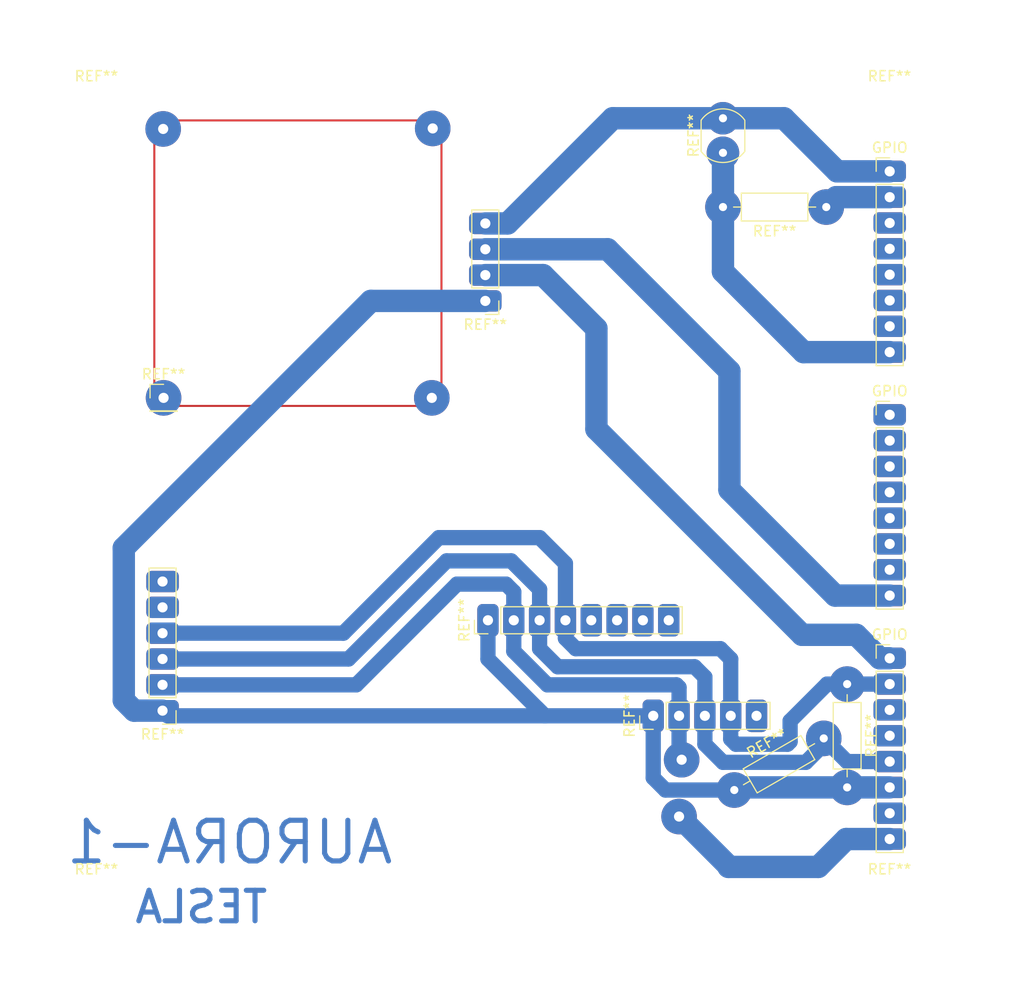
<source format=kicad_pcb>
(kicad_pcb (version 20220417) (generator pcbnew)
  (title_block (title "Computador de Bordo") (date "2022-02-06") (rev "Rodrigo Matos") (company "Equipe Tesla"))
  (layers (0 "F.Cu" signal) (31 "B.Cu" signal) (34 "B.Paste" user) (35 "F.Paste" user) (36 "B.SilkS" user "B.Silkscreen") (37 "F.SilkS" user "F.Silkscreen") (38 "B.Mask" user) (39 "F.Mask" user) (44 "Edge.Cuts" user))
  (net 0 "")
  (footprint "MountingHole:MountingHole_2.2mm_M2" (layer "F.Cu") (at 175.89 133.605)
    (fp_text reference "REF**" (at 0 -3.2) (layer "F.SilkS"))
    (fp_text value "MountingHole_2.2mm_M2")
    (pad "" np_thru_hole circle locked (at 0 0) (size 3.2 3.2) (drill 3.2) (layers *.Cu *.Mask))
  )
  (footprint "MountingHole:MountingHole_2.2mm_M2" (layer "F.Cu") (at 175.89 55.605)
    (fp_text reference "REF**" (at 0 -3.2) (layer "F.SilkS"))
    (fp_text value "MountingHole_2.2mm_M2")
    (pad "" np_thru_hole circle locked (at 0 0) (size 3.2 3.2) (drill 3.2) (layers *.Cu *.Mask))
  )
  (footprint "MountingHole:MountingHole_2.2mm_M2" (layer "F.Cu") (at 97.89 133.605)
    (fp_text reference "REF**" (at 0 -3.2) (layer "F.SilkS"))
    (fp_text value "MountingHole_2.2mm_M2")
    (pad "" np_thru_hole circle locked (at 0 0) (size 3.2 3.2) (drill 3.2) (layers *.Cu *.Mask))
  )
  (footprint "MountingHole:MountingHole_2.2mm_M2" (layer "F.Cu") (at 97.89 55.605)
    (fp_text reference "REF**" (at 0 -3.2) (layer "F.SilkS"))
    (fp_text value "MountingHole_2.2mm_M2")
    (pad "" np_thru_hole circle locked (at 0 0) (size 3.2 3.2) (drill 3.2) (layers *.Cu *.Mask))
  )
  (footprint "Connector_PinHeader_2.54mm:PinHeader_1x08_P2.54mm_Vertical" (layer "F.Cu") (at 175.91 85.71)
    (fp_text reference "GPIO" (at 0 -2.33) (layer "F.SilkS"))
    (fp_text value "PinHeader_1x08_P2.54mm_Vertical")
    (fp_line (start -1.33 -1.33) (end 0 -1.33) (stroke (width 0.12)) (layer "F.SilkS"))
    (fp_line (start -1.33 0) (end -1.33 -1.33) (stroke (width 0.12)) (layer "F.SilkS"))
    (fp_line (start -1.33 1.27) (end -1.33 19.11) (stroke (width 0.12)) (layer "F.SilkS"))
    (fp_line (start -1.33 1.27) (end 1.33 1.27) (stroke (width 0.12)) (layer "F.SilkS"))
    (fp_line (start -1.33 19.11) (end 1.33 19.11) (stroke (width 0.12)) (layer "F.SilkS"))
    (fp_line (start 1.33 1.27) (end 1.33 19.11) (stroke (width 0.12)) (layer "F.SilkS"))
    (pad "" thru_hole roundrect locked (at 0 0) (size 3.2 2.1) (drill 1) (layers *.Cu *.Mask))
    (pad "" thru_hole roundrect locked (at 0 2.54) (size 3.2 2.1) (drill 1) (layers *.Cu *.Mask))
    (pad "" thru_hole roundrect locked (at 0 5.08) (size 3.2 2.1) (drill 1) (layers *.Cu *.Mask))
    (pad "" thru_hole roundrect locked (at 0 7.62) (size 3.2 2.1) (drill 1) (layers *.Cu *.Mask))
    (pad "" thru_hole roundrect locked (at 0 10.16) (size 3.2 2.1) (drill 1) (layers *.Cu *.Mask))
    (pad "" thru_hole roundrect locked (at 0 12.7) (size 3.2 2.1) (drill 1) (layers *.Cu *.Mask))
    (pad "" thru_hole roundrect locked (at 0 15.24) (size 3.2 2.1) (drill 1) (layers *.Cu *.Mask))
    (pad "" thru_hole roundrect locked (at 0 17.78) (size 3.2 2.1) (drill 1) (layers *.Cu *.Mask))
  )
  (footprint "Resistor_THT:R_Axial_DIN0207_L6.3mm_D2.5mm_P10.16mm_Horizontal" (layer "F.Cu") (at 169.672 65.278 180)
    (fp_text reference "REF**" (at 5.08 -2.37) (layer "F.SilkS"))
    (fp_text value "R_Axial_DIN0207_L6.3mm_D2.5mm_P10.16mm_Horizontal")
    (fp_line (start 1.04 0) (end 1.81 0) (stroke (width 0.12)) (layer "F.SilkS"))
    (fp_line (start 1.81 -1.37) (end 1.81 1.37) (stroke (width 0.12)) (layer "F.SilkS"))
    (fp_line (start 1.81 1.37) (end 8.35 1.37) (stroke (width 0.12)) (layer "F.SilkS"))
    (fp_line (start 8.35 -1.37) (end 1.81 -1.37) (stroke (width 0.12)) (layer "F.SilkS"))
    (fp_line (start 8.35 1.37) (end 8.35 -1.37) (stroke (width 0.12)) (layer "F.SilkS"))
    (fp_line (start 9.12 0) (end 8.35 0) (stroke (width 0.12)) (layer "F.SilkS"))
    (pad "" thru_hole circle locked (at 0 0 180) (size 3.5 3.5) (drill 0.8) (layers *.Cu *.Mask))
    (pad "" thru_hole circle locked (at 10.16 0 180) (size 3.5 3.5) (drill 0.8) (layers *.Cu *.Mask))
  )
  (footprint "Connector_PinHeader_2.54mm:PinHeader_1x01_P2.54mm_Vertical" (layer "F.Cu") (at 104.496 84.046)
    (fp_text reference "REF**" (at 0 -2.33) (layer "F.SilkS"))
    (fp_text value "PinHeader_1x01_P2.54mm_Vertical")
    (fp_line (start -1.33 -1.33) (end 0 -1.33) (stroke (width 0.12)) (layer "F.SilkS"))
    (fp_line (start -1.33 0) (end -1.33 -1.33) (stroke (width 0.12)) (layer "F.SilkS"))
    (fp_line (start -1.33 1.27) (end -1.33 1.33) (stroke (width 0.12)) (layer "F.SilkS"))
    (fp_line (start -1.33 1.27) (end 1.33 1.27) (stroke (width 0.12)) (layer "F.SilkS"))
    (fp_line (start -1.33 1.33) (end 1.33 1.33) (stroke (width 0.12)) (layer "F.SilkS"))
    (fp_line (start 1.33 1.27) (end 1.33 1.33) (stroke (width 0.12)) (layer "F.SilkS"))
    (pad "" thru_hole circle locked (at 0 0) (size 3.5 3.5) (drill 1) (layers *.Cu *.Mask))
  )
  (footprint "Connector_PinHeader_2.54mm:PinHeader_1x08_P2.54mm_Vertical" (layer "F.Cu") (at 175.91 109.655)
    (fp_text reference "GPIO" (at 0 -2.33) (layer "F.SilkS"))
    (fp_text value "PinHeader_1x08_P2.54mm_Vertical")
    (fp_line (start -1.33 -1.33) (end 0 -1.33) (stroke (width 0.12)) (layer "F.SilkS"))
    (fp_line (start -1.33 0) (end -1.33 -1.33) (stroke (width 0.12)) (layer "F.SilkS"))
    (fp_line (start -1.33 1.27) (end -1.33 19.11) (stroke (width 0.12)) (layer "F.SilkS"))
    (fp_line (start -1.33 1.27) (end 1.33 1.27) (stroke (width 0.12)) (layer "F.SilkS"))
    (fp_line (start -1.33 19.11) (end 1.33 19.11) (stroke (width 0.12)) (layer "F.SilkS"))
    (fp_line (start 1.33 1.27) (end 1.33 19.11) (stroke (width 0.12)) (layer "F.SilkS"))
    (pad "" thru_hole roundrect locked (at 0 0) (size 3.2 2.1) (drill 1) (layers *.Cu *.Mask))
    (pad "" thru_hole roundrect locked (at 0 2.54) (size 3.2 2.1) (drill 1) (layers *.Cu *.Mask))
    (pad "" thru_hole roundrect locked (at 0 5.08) (size 3.2 2.1) (drill 1) (layers *.Cu *.Mask))
    (pad "" thru_hole roundrect locked (at 0 7.62) (size 3.2 2.1) (drill 1) (layers *.Cu *.Mask))
    (pad "" thru_hole roundrect locked (at 0 10.16) (size 3.2 2.1) (drill 1) (layers *.Cu *.Mask))
    (pad "" thru_hole roundrect locked (at 0 12.7) (size 3.2 2.1) (drill 1) (layers *.Cu *.Mask))
    (pad "" thru_hole roundrect locked (at 0 15.24) (size 3.2 2.1) (drill 1) (layers *.Cu *.Mask))
    (pad "" thru_hole roundrect locked (at 0 17.78) (size 3.2 2.1) (drill 1) (layers *.Cu *.Mask))
  )
  (footprint "Connector_PinHeader_2.54mm:PinHeader_1x08_P2.54mm_Vertical" (layer "F.Cu") (at 175.91 61.765)
    (fp_text reference "GPIO" (at 0 -2.33) (layer "F.SilkS"))
    (fp_text value "PinHeader_1x08_P2.54mm_Vertical")
    (fp_line (start -1.33 -1.33) (end 0 -1.33) (stroke (width 0.12)) (layer "F.SilkS"))
    (fp_line (start -1.33 0) (end -1.33 -1.33) (stroke (width 0.12)) (layer "F.SilkS"))
    (fp_line (start -1.33 1.27) (end -1.33 19.11) (stroke (width 0.12)) (layer "F.SilkS"))
    (fp_line (start -1.33 1.27) (end 1.33 1.27) (stroke (width 0.12)) (layer "F.SilkS"))
    (fp_line (start -1.33 19.11) (end 1.33 19.11) (stroke (width 0.12)) (layer "F.SilkS"))
    (fp_line (start 1.33 1.27) (end 1.33 19.11) (stroke (width 0.12)) (layer "F.SilkS"))
    (pad "" thru_hole roundrect locked (at 0 0) (size 3.2 2.1) (drill 1) (layers *.Cu *.Mask))
    (pad "" thru_hole roundrect locked (at 0 2.54) (size 3.2 2.1) (drill 1) (layers *.Cu *.Mask))
    (pad "" thru_hole roundrect locked (at 0 5.08) (size 3.2 2.1) (drill 1) (layers *.Cu *.Mask))
    (pad "" thru_hole roundrect locked (at 0 7.62) (size 3.2 2.1) (drill 1) (layers *.Cu *.Mask))
    (pad "" thru_hole roundrect locked (at 0 10.16) (size 3.2 2.1) (drill 1) (layers *.Cu *.Mask))
    (pad "" thru_hole roundrect locked (at 0 12.7) (size 3.2 2.1) (drill 1) (layers *.Cu *.Mask))
    (pad "" thru_hole roundrect locked (at 0 15.24) (size 3.2 2.1) (drill 1) (layers *.Cu *.Mask))
    (pad "" thru_hole roundrect locked (at 0 17.78) (size 3.2 2.1) (drill 1) (layers *.Cu *.Mask))
  )
  (footprint "OptoDevice:R_LDR_5.1x4.3mm_P3.4mm_Vertical" (layer "F.Cu") (at 159.512 59.944 90)
    (fp_text reference "REF**" (at 1.7 -2.9 90) (layer "F.SilkS"))
    (fp_text value "R_LDR_5.1x4.3mm_P3.4mm_Vertical")
    (fp_line (start 0.15 -2.15) (end 3.2 -2.15) (stroke (width 0.12)) (layer "F.SilkS"))
    (fp_line (start 0.15 2.15) (end 3.2 2.15) (stroke (width 0.12)) (layer "F.SilkS"))
    (fp_arc (start 0.15 2.15) (mid -0.950438 -0.013368) (end 0.171766 -2.165525) (stroke (width 0.12)) (layer "F.SilkS"))
    (fp_arc (start 3.2 -2.15) (mid 4.321403 -0.027338) (end 3.244513 2.118249) (stroke (width 0.12)) (layer "F.SilkS"))
    (pad "1" thru_hole circle (at 0 0 90) (size 3.2 3.2) (drill 0.8) (layers *.Cu *.Mask))
    (pad "2" thru_hole circle (at 3.4 0 90) (size 3.2 3.2) (drill 0.8) (layers *.Cu *.Mask))
  )
  (footprint "Connector_PinHeader_2.54mm:PinHeader_1x04_P2.54mm_Vertical" (layer "F.Cu") (at 136.14 74.51 180)
    (fp_text reference "REF**" (at 0 -2.33) (layer "F.SilkS"))
    (fp_text value "PinHeader_1x04_P2.54mm_Vertical")
    (fp_line (start -1.33 -1.33) (end 0 -1.33) (stroke (width 0.12)) (layer "F.SilkS"))
    (fp_line (start -1.33 0) (end -1.33 -1.33) (stroke (width 0.12)) (layer "F.SilkS"))
    (fp_line (start -1.33 1.27) (end -1.33 8.95) (stroke (width 0.12)) (layer "F.SilkS"))
    (fp_line (start -1.33 1.27) (end 1.33 1.27) (stroke (width 0.12)) (layer "F.SilkS"))
    (fp_line (start -1.33 8.95) (end 1.33 8.95) (stroke (width 0.12)) (layer "F.SilkS"))
    (fp_line (start 1.33 1.27) (end 1.33 8.95) (stroke (width 0.12)) (layer "F.SilkS"))
    (pad "1" thru_hole roundrect (at 0 0 180) (size 3.2 2.1) (drill 1) (layers *.Cu *.Mask))
    (pad "2" thru_hole roundrect (at 0 2.54 180) (size 3.2 2.1) (drill 1) (layers *.Cu *.Mask))
    (pad "3" thru_hole roundrect (at 0 5.08 180) (size 3.2 2.1) (drill 1) (layers *.Cu *.Mask))
    (pad "4" thru_hole roundrect (at 0 7.62 180) (size 3.2 2.1) (drill 1) (layers *.Cu *.Mask))
  )
  (footprint "Connector_PinHeader_2.54mm:PinHeader_1x08_P2.54mm_Vertical" (layer "F.Cu") (at 136.398 105.918 90)
    (fp_text reference "REF**" (at 0 -2.33 90) (layer "F.SilkS"))
    (fp_text value "PinHeader_1x08_P2.54mm_Vertical")
    (fp_line (start -1.33 -1.33) (end 0 -1.33) (stroke (width 0.12)) (layer "F.SilkS"))
    (fp_line (start -1.33 0) (end -1.33 -1.33) (stroke (width 0.12)) (layer "F.SilkS"))
    (fp_line (start -1.33 1.27) (end -1.33 19.11) (stroke (width 0.12)) (layer "F.SilkS"))
    (fp_line (start -1.33 1.27) (end 1.33 1.27) (stroke (width 0.12)) (layer "F.SilkS"))
    (fp_line (start -1.33 19.11) (end 1.33 19.11) (stroke (width 0.12)) (layer "F.SilkS"))
    (fp_line (start 1.33 1.27) (end 1.33 19.11) (stroke (width 0.12)) (layer "F.SilkS"))
    (pad "1" thru_hole roundrect (at 0 0 90) (size 3.2 2.1) (drill 1) (layers *.Cu *.Mask))
    (pad "2" thru_hole roundrect (at 0 2.54 90) (size 3.2 2.1) (drill 1) (layers *.Cu *.Mask))
    (pad "3" thru_hole roundrect (at 0 5.08 90) (size 3.2 2.1) (drill 1) (layers *.Cu *.Mask))
    (pad "4" thru_hole roundrect (at 0 7.62 90) (size 3.2 2.1) (drill 1) (layers *.Cu *.Mask))
    (pad "5" thru_hole roundrect (at 0 10.16 90) (size 3.2 2.1) (drill 1) (layers *.Cu *.Mask))
    (pad "6" thru_hole roundrect (at 0 12.7 90) (size 3.2 2.1) (drill 1) (layers *.Cu *.Mask))
    (pad "7" thru_hole roundrect (at 0 15.24 90) (size 3.2 2.1) (drill 1) (layers *.Cu *.Mask))
    (pad "8" thru_hole roundrect (at 0 17.78 90) (size 3.2 2.1) (drill 1) (layers *.Cu *.Mask))
  )
  (footprint "" (layer "F.Cu") (at 155.194 125.222)
    (fp_text reference "" (at 0 0) (layer "F.SilkS") (effects (font (size 1.27 1.27))))
    (fp_text value "" (at 0 0) (layer "F.SilkS") (effects (font (size 1.27 1.27))))
    (pad "" thru_hole circle locked (at 0 0) (size 3.5 3.5) (drill 1) (layers *.Cu *.Mask))
  )
  (footprint "" (layer "F.Cu") (at 155.448 119.634)
    (fp_text reference "" (at 0 0) (layer "F.SilkS") (effects (font (size 1.27 1.27))))
    (fp_text value "" (at 0 0) (layer "F.SilkS") (effects (font (size 1.27 1.27))))
    (pad "" thru_hole circle locked (at 0 0) (size 3.5 3.5) (drill 1) (layers *.Cu *.Mask))
  )
  (footprint "Resistor_THT:R_Axial_DIN0207_L6.3mm_D2.5mm_P10.16mm_Horizontal" (layer "F.Cu") (at 171.725 112.195 -90)
    (fp_text reference "REF**" (at 5.08 -2.37 -270) (layer "F.SilkS"))
    (fp_text value "R_Axial_DIN0207_L6.3mm_D2.5mm_P10.16mm_Horizontal")
    (fp_line (start 1.04 0) (end 1.81 0) (stroke (width 0.12)) (layer "F.SilkS"))
    (fp_line (start 1.81 -1.37) (end 1.81 1.37) (stroke (width 0.12)) (layer "F.SilkS"))
    (fp_line (start 1.81 1.37) (end 8.35 1.37) (stroke (width 0.12)) (layer "F.SilkS"))
    (fp_line (start 8.35 -1.37) (end 1.81 -1.37) (stroke (width 0.12)) (layer "F.SilkS"))
    (fp_line (start 8.35 1.37) (end 8.35 -1.37) (stroke (width 0.12)) (layer "F.SilkS"))
    (fp_line (start 9.12 0) (end 8.35 0) (stroke (width 0.12)) (layer "F.SilkS"))
    (pad "" thru_hole circle locked (at 0 0 270) (size 3.5 3.5) (drill 0.8) (layers *.Cu *.Mask))
    (pad "" thru_hole circle locked (at 10.16 0 270) (size 3.5 3.5) (drill 0.8) (layers *.Cu *.Mask))
  )
  (footprint "" (layer "F.Cu") (at 130.876 84.046)
    (fp_text reference "" (at 0 0) (layer "F.SilkS") (effects (font (size 1.27 1.27))))
    (fp_text value "" (at 0 0) (layer "F.SilkS") (effects (font (size 1.27 1.27))))
    (pad "" thru_hole circle locked (at 0 0) (size 3.5 3.5) (drill 1) (layers *.Cu *.Mask))
  )
  (footprint "" (layer "F.Cu") (at 104.456 57.596)
    (fp_text reference "" (at 0 0) (layer "F.SilkS") (effects (font (size 1.27 1.27))))
    (fp_text value "" (at 0 0) (layer "F.SilkS") (effects (font (size 1.27 1.27))))
    (pad "" thru_hole circle locked (at 0 0) (size 3.5 3.5) (drill 1) (layers *.Cu *.Mask))
  )
  (footprint "" (layer "F.Cu") (at 130.966 57.546)
    (fp_text reference "" (at 0 0) (layer "F.SilkS") (effects (font (size 1.27 1.27))))
    (fp_text value "" (at 0 0) (layer "F.SilkS") (effects (font (size 1.27 1.27))))
    (pad "" thru_hole circle locked (at 0 0) (size 3.5 3.5) (drill 1) (layers *.Cu *.Mask))
  )
  (footprint "Connector_PinHeader_2.54mm:PinHeader_1x06_P2.54mm_Vertical" (layer "F.Cu") (at 104.394 114.808 180)
    (fp_text reference "REF**" (at 0 -2.33) (layer "F.SilkS"))
    (fp_text value "PinHeader_1x06_P2.54mm_Vertical")
    (fp_line (start -1.33 -1.33) (end 0 -1.33) (stroke (width 0.12)) (layer "F.SilkS"))
    (fp_line (start -1.33 0) (end -1.33 -1.33) (stroke (width 0.12)) (layer "F.SilkS"))
    (fp_line (start -1.33 1.27) (end -1.33 14.03) (stroke (width 0.12)) (layer "F.SilkS"))
    (fp_line (start -1.33 1.27) (end 1.33 1.27) (stroke (width 0.12)) (layer "F.SilkS"))
    (fp_line (start -1.33 14.03) (end 1.33 14.03) (stroke (width 0.12)) (layer "F.SilkS"))
    (fp_line (start 1.33 1.27) (end 1.33 14.03) (stroke (width 0.12)) (layer "F.SilkS"))
    (pad "1" thru_hole roundrect (at 0 0 180) (size 3.2 2.1) (drill 1) (layers *.Cu *.Mask))
    (pad "2" thru_hole roundrect (at 0 2.54 180) (size 3.2 2.1) (drill 1) (layers *.Cu *.Mask))
    (pad "3" thru_hole roundrect (at 0 5.08 180) (size 3.2 2.1) (drill 1) (layers *.Cu *.Mask))
    (pad "4" thru_hole roundrect (at 0 7.62 180) (size 3.2 2.1) (drill 1) (layers *.Cu *.Mask))
    (pad "5" thru_hole roundrect (at 0 10.16 180) (size 3.2 2.1) (drill 1) (layers *.Cu *.Mask))
    (pad "6" thru_hole roundrect (at 0 12.7 180) (size 3.2 2.1) (drill 1) (layers *.Cu *.Mask))
  )
  (footprint "Connector_PinHeader_2.54mm:PinHeader_1x05_P2.54mm_Vertical" (layer "F.Cu") (at 152.654 115.316 90)
    (fp_text reference "REF**" (at 0 -2.33 90) (layer "F.SilkS"))
    (fp_text value "PinHeader_1x05_P2.54mm_Vertical")
    (fp_line (start -1.33 -1.33) (end 0 -1.33) (stroke (width 0.12)) (layer "F.SilkS"))
    (fp_line (start -1.33 0) (end -1.33 -1.33) (stroke (width 0.12)) (layer "F.SilkS"))
    (fp_line (start -1.33 1.27) (end -1.33 11.49) (stroke (width 0.12)) (layer "F.SilkS"))
    (fp_line (start -1.33 1.27) (end 1.33 1.27) (stroke (width 0.12)) (layer "F.SilkS"))
    (fp_line (start -1.33 11.49) (end 1.33 11.49) (stroke (width 0.12)) (layer "F.SilkS"))
    (fp_line (start 1.33 1.27) (end 1.33 11.49) (stroke (width 0.12)) (layer "F.SilkS"))
    (pad "1" thru_hole roundrect (at 0 0 90) (size 3.2 2.1) (drill 1) (layers *.Cu *.Mask))
    (pad "2" thru_hole roundrect (at 0 2.54 90) (size 3.2 2.1) (drill 1) (layers *.Cu *.Mask))
    (pad "3" thru_hole roundrect (at 0 5.08 90) (size 3.2 2.1) (drill 1) (layers *.Cu *.Mask))
    (pad "4" thru_hole roundrect (at 0 7.62 90) (size 3.2 2.1) (drill 1) (layers *.Cu *.Mask))
    (pad "5" thru_hole roundrect (at 0 10.16 90) (size 3.2 2.1) (drill 1) (layers *.Cu *.Mask))
  )
  (footprint "Resistor_THT:R_Axial_DIN0207_L6.3mm_D2.5mm_P10.16mm_Horizontal" (layer "F.Cu") (at 160.625591 122.615 30)
    (fp_text reference "REF**" (at 5.08 -2.37 30) (layer "F.SilkS"))
    (fp_text value "R_Axial_DIN0207_L6.3mm_D2.5mm_P10.16mm_Horizontal")
    (fp_line (start 1.04 0) (end 1.81 0) (stroke (width 0.12)) (layer "F.SilkS"))
    (fp_line (start 1.81 -1.37) (end 1.81 1.37) (stroke (width 0.12)) (layer "F.SilkS"))
    (fp_line (start 1.81 1.37) (end 8.35 1.37) (stroke (width 0.12)) (layer "F.SilkS"))
    (fp_line (start 8.35 -1.37) (end 1.81 -1.37) (stroke (width 0.12)) (layer "F.SilkS"))
    (fp_line (start 8.35 1.37) (end 8.35 -1.37) (stroke (width 0.12)) (layer "F.SilkS"))
    (fp_line (start 9.12 0) (end 8.35 0) (stroke (width 0.12)) (layer "F.SilkS"))
    (pad "" thru_hole circle locked (at 0 0 30) (size 3.5 3.5) (drill 0.8) (layers *.Cu *.Mask))
    (pad "" thru_hole circle locked (at 10.16 0 30) (size 3.5 3.5) (drill 0.8) (layers *.Cu *.Mask))
  )
  (gr_rect (start 131.826 84.836) (end 103.586 56.756) (stroke (width 0.2)) (fill none) (layer "F.Cu"))
  (gr_text "AURORA-1" (at 110.998 127.762) (layer "B.Cu") (effects (font (size 4 4) (thickness 0.5)) (justify mirror)))
  (gr_text "TESLA" (at 108.204 134.112) (layer "B.Cu") (effects (font (size 3 3) (thickness 0.5)) (justify mirror)))
  (segment (start 100.584 113.792) (end 101.6 114.808) (width 2.2) (layer "B.Cu") (net 0))
  (segment (start 142.24 112.268) (end 154.94 112.268) (width 1.5) (layer "B.Cu") (net 0))
  (segment (start 175.91 61.765) (end 170.731 61.765) (width 2.2) (layer "B.Cu") (net 0))
  (segment (start 159.258 108.712) (end 160.274 109.728) (width 1.5) (layer "B.Cu") (net 0))
  (segment (start 144.018 100.33) (end 144.018 105.918) (width 1.5) (layer "B.Cu") (net 0))
  (segment (start 159.512 56.544) (end 148.678 56.544) (width 2.2) (layer "B.Cu") (net 0))
  (segment (start 141.224 114.554) (end 141.605 114.935) (width 1.5) (layer "B.Cu") (net 0))
  (segment (start 136.14 74.51) (end 124.88 74.51) (width 2.2) (layer "B.Cu") (net 0))
  (segment (start 160.782 118.11) (end 165.862 118.11) (width 1.5) (layer "B.Cu") (net 0))
  (segment (start 131.572 97.79) (end 141.478 97.79) (width 1.5) (layer "B.Cu") (net 0))
  (segment (start 138.938 103.124) (end 138.938 105.918) (width 1.5) (layer "B.Cu") (net 0))
  (segment (start 154.94 112.268) (end 155.194 112.522) (width 1.5) (layer "B.Cu") (net 0))
  (segment (start 160.147 93.091) (end 160.147 81.407) (width 2.2) (layer "B.Cu") (net 0))
  (segment (start 175.91 103.49) (end 170.546 103.49) (width 2.2) (layer "B.Cu") (net 0))
  (segment (start 170.731 61.765) (end 165.51 56.544) (width 2.2) (layer "B.Cu") (net 0))
  (segment (start 156.718 110.49) (end 157.734 111.506) (width 1.5) (layer "B.Cu") (net 0))
  (segment (start 141.986 115.316) (end 104.902 115.316) (width 1.5) (layer "B.Cu") (net 0))
  (segment (start 152.654 121.412) (end 153.857 122.615) (width 1.5) (layer "B.Cu") (net 0))
  (segment (start 124.88 74.51) (end 100.584 98.806) (width 2.2) (layer "B.Cu") (net 0))
  (segment (start 167.294 107.35) (end 172.625 107.35) (width 2.2) (layer "B.Cu") (net 0))
  (segment (start 175.91 112.195) (end 175.837 112.268) (width 1.5) (layer "B.Cu") (net 0))
  (segment (start 138.176 102.362) (end 138.938 103.124) (width 1.5) (layer "B.Cu") (net 0))
  (segment (start 141.478 105.918) (end 141.478 108.712) (width 1.5) (layer "B.Cu") (net 0))
  (segment (start 132.334 100.076) (end 138.684 100.076) (width 1.5) (layer "B.Cu") (net 0))
  (segment (start 148.678 56.544) (end 138.332 66.89) (width 2.2) (layer "B.Cu") (net 0))
  (segment (start 143.256 110.49) (end 156.718 110.49) (width 1.5) (layer "B.Cu") (net 0))
  (segment (start 157.734 115.316) (end 157.734 118.11) (width 1.5) (layer "B.Cu") (net 0))
  (segment (start 170.645 64.305) (end 169.672 65.278) (width 2.2) (layer "B.Cu") (net 0))
  (segment (start 170.546 103.49) (end 160.147 93.091) (width 2.2) (layer "B.Cu") (net 0))
  (segment (start 160.147 81.407) (end 148.17 69.43) (width 2.2) (layer "B.Cu") (net 0))
  (segment (start 168.891 130.175) (end 171.631 127.435) (width 2.2) (layer "B.Cu") (net 0))
  (segment (start 147.066 77.216) (end 147.066 87.122) (width 2.2) (layer "B.Cu") (net 0))
  (segment (start 153.857 122.615) (end 160.625591 122.615) (width 1.5) (layer "B.Cu") (net 0))
  (segment (start 160.885591 122.355) (end 160.625591 122.615) (width 2.2) (layer "B.Cu") (net 0))
  (segment (start 169.424409 118.125591) (end 169.424409 117.535) (width 1.5) (layer "B.Cu") (net 0))
  (segment (start 141.478 97.79) (end 144.018 100.33) (width 1.5) (layer "B.Cu") (net 0))
  (segment (start 141.478 102.87) (end 141.478 105.918) (width 1.5) (layer "B.Cu") (net 0))
  (segment (start 155.194 119.38) (end 155.448 119.634) (width 1.5) (layer "B.Cu") (net 0))
  (segment (start 159.512 119.888) (end 167.662 119.888) (width 1.5) (layer "B.Cu") (net 0))
  (segment (start 167.662 119.888) (end 169.424409 118.125591) (width 1.5) (layer "B.Cu") (net 0))
  (segment (start 101.6 114.808) (end 104.394 114.808) (width 2.2) (layer "B.Cu") (net 0))
  (segment (start 159.512 59.944) (end 159.512 65.278) (width 2.2) (layer "B.Cu") (net 0))
  (segment (start 159.512 65.278) (end 159.512 71.628) (width 2.2) (layer "B.Cu") (net 0))
  (segment (start 160.274 117.602) (end 160.782 118.11) (width 1.5) (layer "B.Cu") (net 0))
  (segment (start 152.654 115.316) (end 152.654 121.412) (width 1.5) (layer "B.Cu") (net 0))
  (segment (start 141.82 71.97) (end 147.066 77.216) (width 2.2) (layer "B.Cu") (net 0))
  (segment (start 160.05 130.175) (end 168.891 130.175) (width 2.2) (layer "B.Cu") (net 0))
  (segment (start 171.725 122.355) (end 160.885591 122.355) (width 2.2) (layer "B.Cu") (net 0))
  (segment (start 100.584 98.806) (end 100.584 113.792) (width 2.2) (layer "B.Cu") (net 0))
  (segment (start 138.332 66.89) (end 136.14 66.89) (width 2.2) (layer "B.Cu") (net 0))
  (segment (start 174.93 109.655) (end 175.91 109.655) (width 2.2) (layer "B.Cu") (net 0))
  (segment (start 171.725 112.195) (end 169.745 112.195) (width 1.5) (layer "B.Cu") (net 0))
  (segment (start 175.837 119.888) (end 175.91 119.815) (width 1.5) (layer "B.Cu") (net 0))
  (segment (start 145.034 108.712) (end 159.258 108.712) (width 1.5) (layer "B.Cu") (net 0))
  (segment (start 104.394 109.728) (end 122.682 109.728) (width 1.5) (layer "B.Cu") (net 0))
  (segment (start 175.91 122.355) (end 171.725 122.355) (width 2.2) (layer "B.Cu") (net 0))
  (segment (start 141.986 115.316) (end 152.654 115.316) (width 1.5) (layer "B.Cu") (net 0))
  (segment (start 166.116 115.824) (end 166.116 117.856) (width 1.5) (layer "B.Cu") (net 0))
  (segment (start 147.066 87.122) (end 167.294 107.35) (width 2.2) (layer "B.Cu") (net 0))
  (segment (start 171.631 127.435) (end 175.91 127.435) (width 2.2) (layer "B.Cu") (net 0))
  (segment (start 133.35 102.362) (end 138.176 102.362) (width 1.5) (layer "B.Cu") (net 0))
  (segment (start 157.734 111.506) (end 157.734 115.316) (width 1.5) (layer "B.Cu") (net 0))
  (segment (start 167.429 79.545) (end 175.91 79.545) (width 2.2) (layer "B.Cu") (net 0))
  (segment (start 141.478 108.712) (end 143.256 110.49) (width 1.5) (layer "B.Cu") (net 0))
  (segment (start 122.174 107.188) (end 131.572 97.79) (width 1.5) (layer "B.Cu") (net 0))
  (segment (start 138.684 100.076) (end 141.478 102.87) (width 1.5) (layer "B.Cu") (net 0))
  (segment (start 172.625 107.35) (end 174.93 109.655) (width 2.2) (layer "B.Cu") (net 0))
  (segment (start 141.605 114.935) (end 141.986 115.316) (width 1.5) (layer "B.Cu") (net 0))
  (segment (start 138.938 105.918) (end 138.938 108.966) (width 1.5) (layer "B.Cu") (net 0))
  (segment (start 155.194 125.222) (end 160.05 130.078) (width 2.2) (layer "B.Cu") (net 0))
  (segment (start 157.734 118.11) (end 159.512 119.888) (width 1.5) (layer "B.Cu") (net 0))
  (segment (start 136.14 71.97) (end 141.82 71.97) (width 2.2) (layer "B.Cu") (net 0))
  (segment (start 175.91 119.815) (end 171.704409 119.815) (width 1.5) (layer "B.Cu") (net 0))
  (segment (start 144.018 105.918) (end 144.018 107.696) (width 1.5) (layer "B.Cu") (net 0))
  (segment (start 104.902 115.316) (end 104.394 114.808) (width 1.5) (layer "B.Cu") (net 0))
  (segment (start 160.05 130.078) (end 160.05 130.175) (width 2.2) (layer "B.Cu") (net 0))
  (segment (start 171.704409 119.815) (end 169.424409 117.535) (width 1.5) (layer "B.Cu") (net 0))
  (segment (start 165.51 56.544) (end 159.512 56.544) (width 2.2) (layer "B.Cu") (net 0))
  (segment (start 122.682 109.728) (end 132.334 100.076) (width 1.5) (layer "B.Cu") (net 0))
  (segment (start 169.745 112.195) (end 166.116 115.824) (width 1.5) (layer "B.Cu") (net 0))
  (segment (start 138.938 108.966) (end 142.24 112.268) (width 1.5) (layer "B.Cu") (net 0))
  (segment (start 165.862 118.11) (end 166.116 117.856) (width 1.5) (layer "B.Cu") (net 0))
  (segment (start 104.394 112.268) (end 123.444 112.268) (width 1.5) (layer "B.Cu") (net 0))
  (segment (start 104.394 107.188) (end 122.174 107.188) (width 1.5) (layer "B.Cu") (net 0))
  (segment (start 159.512 71.628) (end 167.429 79.545) (width 2.2) (layer "B.Cu") (net 0))
  (segment (start 160.274 109.728) (end 160.274 115.316) (width 1.5) (layer "B.Cu") (net 0))
  (segment (start 160.274 115.316) (end 160.274 117.602) (width 1.5) (layer "B.Cu") (net 0))
  (segment (start 144.018 107.696) (end 145.034 108.712) (width 1.5) (layer "B.Cu") (net 0))
  (segment (start 175.91 64.305) (end 170.645 64.305) (width 2.2) (layer "B.Cu") (net 0))
  (segment (start 123.444 112.268) (end 133.35 102.362) (width 1.5) (layer "B.Cu") (net 0))
  (segment (start 155.194 115.316) (end 155.194 119.38) (width 1.5) (layer "B.Cu") (net 0))
  (segment (start 136.398 109.728) (end 141.605 114.935) (width 1.5) (layer "B.Cu") (net 0))
  (segment (start 136.398 105.918) (end 136.398 109.728) (width 1.5) (layer "B.Cu") (net 0))
  (segment (start 175.91 112.195) (end 171.725 112.195) (width 1.5) (layer "B.Cu") (net 0))
  (segment (start 155.194 112.522) (end 155.194 115.316) (width 1.5) (layer "B.Cu") (net 0))
  (segment (start 148.17 69.43) (end 136.14 69.43) (width 2.2) (layer "B.Cu") (net 0))
)
</source>
